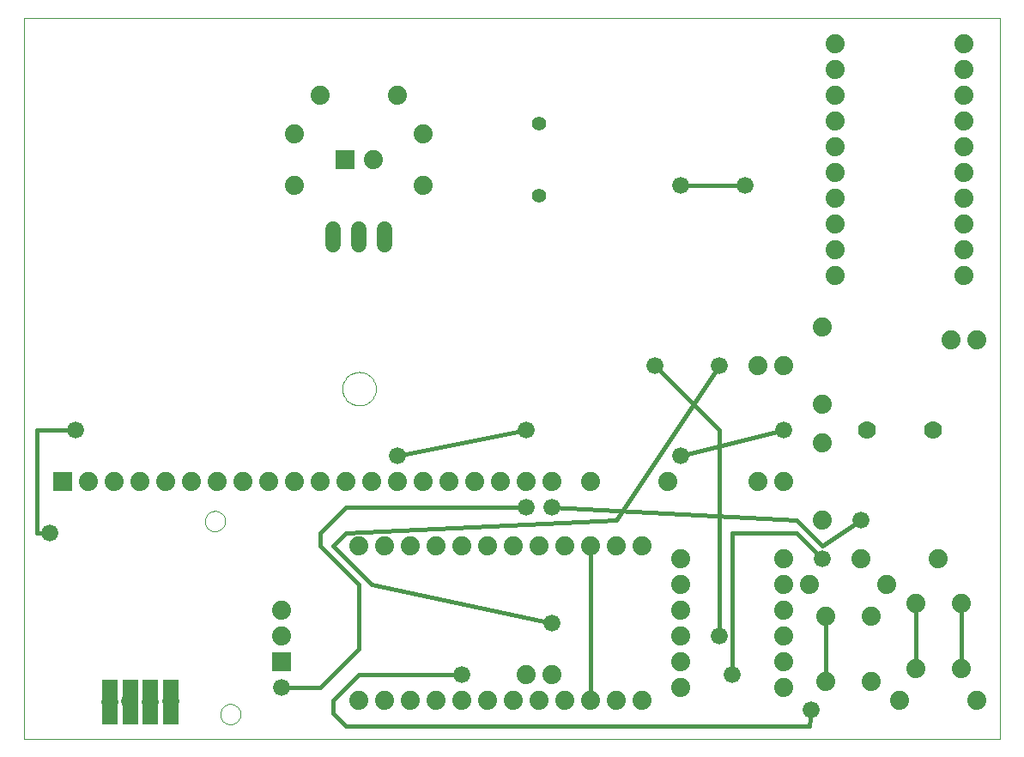
<source format=gtl>
G75*
G70*
%OFA0B0*%
%FSLAX24Y24*%
%IPPOS*%
%LPD*%
%AMOC8*
5,1,8,0,0,1.08239X$1,22.5*
%
%ADD10C,0.0000*%
%ADD11C,0.0740*%
%ADD12R,0.0591X0.1772*%
%ADD13R,0.0740X0.0740*%
%ADD14C,0.0600*%
%ADD15C,0.0554*%
%ADD16C,0.0700*%
%ADD17C,0.0660*%
%ADD18C,0.0160*%
D10*
X000181Y000181D02*
X000181Y028177D01*
X038051Y028177D01*
X038051Y000181D01*
X000181Y000181D01*
X007787Y001144D02*
X007789Y001183D01*
X007795Y001222D01*
X007805Y001260D01*
X007818Y001297D01*
X007835Y001332D01*
X007855Y001366D01*
X007879Y001397D01*
X007906Y001426D01*
X007935Y001452D01*
X007967Y001475D01*
X008001Y001495D01*
X008037Y001511D01*
X008074Y001523D01*
X008113Y001532D01*
X008152Y001537D01*
X008191Y001538D01*
X008230Y001535D01*
X008269Y001528D01*
X008306Y001517D01*
X008343Y001503D01*
X008378Y001485D01*
X008411Y001464D01*
X008442Y001439D01*
X008470Y001412D01*
X008495Y001382D01*
X008517Y001349D01*
X008536Y001315D01*
X008551Y001279D01*
X008563Y001241D01*
X008571Y001203D01*
X008575Y001164D01*
X008575Y001124D01*
X008571Y001085D01*
X008563Y001047D01*
X008551Y001009D01*
X008536Y000973D01*
X008517Y000939D01*
X008495Y000906D01*
X008470Y000876D01*
X008442Y000849D01*
X008411Y000824D01*
X008378Y000803D01*
X008343Y000785D01*
X008306Y000771D01*
X008269Y000760D01*
X008230Y000753D01*
X008191Y000750D01*
X008152Y000751D01*
X008113Y000756D01*
X008074Y000765D01*
X008037Y000777D01*
X008001Y000793D01*
X007967Y000813D01*
X007935Y000836D01*
X007906Y000862D01*
X007879Y000891D01*
X007855Y000922D01*
X007835Y000956D01*
X007818Y000991D01*
X007805Y001028D01*
X007795Y001066D01*
X007789Y001105D01*
X007787Y001144D01*
X007191Y008642D02*
X007193Y008681D01*
X007199Y008720D01*
X007209Y008758D01*
X007222Y008795D01*
X007239Y008830D01*
X007259Y008864D01*
X007283Y008895D01*
X007310Y008924D01*
X007339Y008950D01*
X007371Y008973D01*
X007405Y008993D01*
X007441Y009009D01*
X007478Y009021D01*
X007517Y009030D01*
X007556Y009035D01*
X007595Y009036D01*
X007634Y009033D01*
X007673Y009026D01*
X007710Y009015D01*
X007747Y009001D01*
X007782Y008983D01*
X007815Y008962D01*
X007846Y008937D01*
X007874Y008910D01*
X007899Y008880D01*
X007921Y008847D01*
X007940Y008813D01*
X007955Y008777D01*
X007967Y008739D01*
X007975Y008701D01*
X007979Y008662D01*
X007979Y008622D01*
X007975Y008583D01*
X007967Y008545D01*
X007955Y008507D01*
X007940Y008471D01*
X007921Y008437D01*
X007899Y008404D01*
X007874Y008374D01*
X007846Y008347D01*
X007815Y008322D01*
X007782Y008301D01*
X007747Y008283D01*
X007710Y008269D01*
X007673Y008258D01*
X007634Y008251D01*
X007595Y008248D01*
X007556Y008249D01*
X007517Y008254D01*
X007478Y008263D01*
X007441Y008275D01*
X007405Y008291D01*
X007371Y008311D01*
X007339Y008334D01*
X007310Y008360D01*
X007283Y008389D01*
X007259Y008420D01*
X007239Y008454D01*
X007222Y008489D01*
X007209Y008526D01*
X007199Y008564D01*
X007193Y008603D01*
X007191Y008642D01*
X012531Y013781D02*
X012533Y013831D01*
X012539Y013881D01*
X012549Y013931D01*
X012562Y013979D01*
X012579Y014027D01*
X012600Y014073D01*
X012624Y014117D01*
X012652Y014159D01*
X012683Y014199D01*
X012717Y014236D01*
X012754Y014271D01*
X012793Y014302D01*
X012834Y014331D01*
X012878Y014356D01*
X012924Y014378D01*
X012971Y014396D01*
X013019Y014410D01*
X013068Y014421D01*
X013118Y014428D01*
X013168Y014431D01*
X013219Y014430D01*
X013269Y014425D01*
X013319Y014416D01*
X013367Y014404D01*
X013415Y014387D01*
X013461Y014367D01*
X013506Y014344D01*
X013549Y014317D01*
X013589Y014287D01*
X013627Y014254D01*
X013662Y014218D01*
X013695Y014179D01*
X013724Y014138D01*
X013750Y014095D01*
X013773Y014050D01*
X013792Y014003D01*
X013807Y013955D01*
X013819Y013906D01*
X013827Y013856D01*
X013831Y013806D01*
X013831Y013756D01*
X013827Y013706D01*
X013819Y013656D01*
X013807Y013607D01*
X013792Y013559D01*
X013773Y013512D01*
X013750Y013467D01*
X013724Y013424D01*
X013695Y013383D01*
X013662Y013344D01*
X013627Y013308D01*
X013589Y013275D01*
X013549Y013245D01*
X013506Y013218D01*
X013461Y013195D01*
X013415Y013175D01*
X013367Y013158D01*
X013319Y013146D01*
X013269Y013137D01*
X013219Y013132D01*
X013168Y013131D01*
X013118Y013134D01*
X013068Y013141D01*
X013019Y013152D01*
X012971Y013166D01*
X012924Y013184D01*
X012878Y013206D01*
X012834Y013231D01*
X012793Y013260D01*
X012754Y013291D01*
X012717Y013326D01*
X012683Y013363D01*
X012652Y013403D01*
X012624Y013445D01*
X012600Y013489D01*
X012579Y013535D01*
X012562Y013583D01*
X012549Y013631D01*
X012539Y013681D01*
X012533Y013731D01*
X012531Y013781D01*
D11*
X012681Y010181D03*
X011681Y010181D03*
X010681Y010181D03*
X009681Y010181D03*
X008681Y010181D03*
X007681Y010181D03*
X006681Y010181D03*
X005681Y010181D03*
X004681Y010181D03*
X003681Y010181D03*
X002681Y010181D03*
X010181Y005181D03*
X010181Y004181D03*
X013181Y001681D03*
X014181Y001681D03*
X015181Y001681D03*
X016181Y001681D03*
X017181Y001681D03*
X018181Y001681D03*
X019181Y001681D03*
X020181Y001681D03*
X021181Y001681D03*
X022181Y001681D03*
X023181Y001681D03*
X024181Y001681D03*
X025681Y002181D03*
X025681Y003181D03*
X025681Y004181D03*
X025681Y005181D03*
X025681Y006181D03*
X025681Y007181D03*
X024181Y007681D03*
X023181Y007681D03*
X022181Y007681D03*
X021181Y007681D03*
X020181Y007681D03*
X019181Y007681D03*
X018181Y007681D03*
X017181Y007681D03*
X016181Y007681D03*
X015181Y007681D03*
X014181Y007681D03*
X013181Y007681D03*
X013681Y010181D03*
X014681Y010181D03*
X015681Y010181D03*
X016681Y010181D03*
X017681Y010181D03*
X018681Y010181D03*
X019681Y010181D03*
X020681Y010181D03*
X022181Y010181D03*
X025181Y010181D03*
X028681Y010181D03*
X029681Y010181D03*
X031181Y008681D03*
X029681Y007181D03*
X029681Y006181D03*
X029681Y005181D03*
X030681Y006181D03*
X031291Y004961D03*
X033071Y004961D03*
X033681Y006181D03*
X034791Y005461D03*
X036571Y005461D03*
X035681Y007181D03*
X032681Y007181D03*
X029681Y004181D03*
X029681Y003181D03*
X029681Y002181D03*
X031291Y002401D03*
X033071Y002401D03*
X034181Y001681D03*
X034791Y002901D03*
X036571Y002901D03*
X037181Y001681D03*
X031181Y011681D03*
X031181Y013181D03*
X029681Y014681D03*
X028681Y014681D03*
X031181Y016181D03*
X031681Y018181D03*
X031681Y019181D03*
X031681Y020181D03*
X031681Y021181D03*
X031681Y022181D03*
X031681Y023181D03*
X031681Y024181D03*
X031681Y025181D03*
X031681Y026181D03*
X031681Y027181D03*
X036681Y027181D03*
X036681Y026181D03*
X036681Y025181D03*
X036681Y024181D03*
X036681Y023181D03*
X036681Y022181D03*
X036681Y021181D03*
X036681Y020181D03*
X036681Y019181D03*
X036681Y018181D03*
X036181Y015681D03*
X037181Y015681D03*
X020681Y002681D03*
X019681Y002681D03*
X015681Y021697D03*
X013731Y022681D03*
X015681Y023666D03*
X014681Y025181D03*
X011681Y025181D03*
X010681Y023666D03*
X010681Y021697D03*
D12*
X005863Y001630D03*
X005075Y001630D03*
X004288Y001630D03*
X003500Y001630D03*
D13*
X010181Y003181D03*
X001681Y010181D03*
X012631Y022681D03*
D14*
X012181Y019981D02*
X012181Y019381D01*
X013181Y019381D02*
X013181Y019981D01*
X014181Y019981D02*
X014181Y019381D01*
D15*
X020181Y021281D03*
X020181Y024081D03*
D16*
X032902Y012181D03*
X035461Y012181D03*
D17*
X032681Y008681D03*
X031181Y007181D03*
X027181Y004181D03*
X027681Y002681D03*
X030721Y001321D03*
X020681Y004681D03*
X017181Y002681D03*
X010181Y002181D03*
X005861Y001641D03*
X005081Y001621D03*
X004281Y001641D03*
X003501Y001621D03*
X001181Y008181D03*
X002181Y012181D03*
X014681Y011181D03*
X019681Y012181D03*
X019681Y009181D03*
X020681Y009181D03*
X025681Y011181D03*
X029681Y012181D03*
X027181Y014681D03*
X024681Y014681D03*
X025681Y021681D03*
X028181Y021681D03*
D18*
X025681Y021681D01*
X024681Y014681D02*
X027181Y012181D01*
X027181Y004181D01*
X027681Y002681D02*
X027681Y008181D01*
X030181Y008181D01*
X031181Y007181D01*
X031181Y007681D02*
X032681Y008681D01*
X031181Y007681D02*
X030181Y008681D01*
X020681Y009181D01*
X019681Y009181D02*
X012681Y009181D01*
X011681Y008181D01*
X011681Y007681D01*
X013181Y006181D01*
X013181Y003681D01*
X011681Y002181D01*
X010181Y002181D01*
X012181Y001681D02*
X012181Y001181D01*
X012681Y000681D01*
X030681Y000681D01*
X030721Y001321D01*
X031291Y002401D02*
X031291Y004961D01*
X034791Y005461D02*
X034791Y002901D01*
X036571Y002901D02*
X036571Y005461D01*
X029681Y012181D02*
X025681Y011181D01*
X023181Y008681D02*
X012681Y008181D01*
X012181Y007681D01*
X013681Y006181D01*
X020681Y004681D01*
X017181Y002681D02*
X013181Y002681D01*
X012181Y001681D01*
X022181Y001681D02*
X022181Y007681D01*
X023181Y008681D02*
X027181Y014681D01*
X019681Y012181D02*
X014681Y011181D01*
X002181Y012181D02*
X000681Y012181D01*
X000681Y008181D01*
X001181Y008181D01*
M02*

</source>
